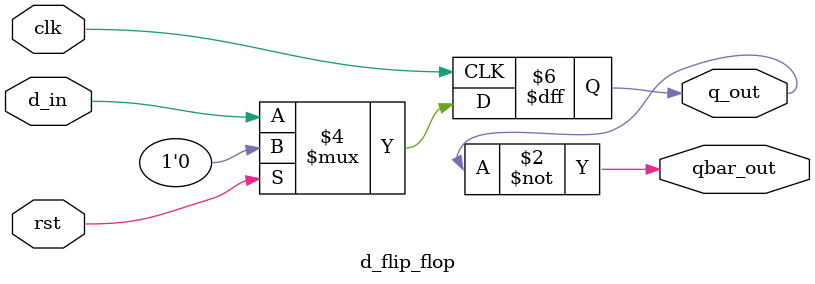
<source format=v>
`timescale 1ns / 1ps


module d_flip_flop(
    input clk,rst,
    input d_in,
    output reg q_out,
    output qbar_out
    );
    
    always@(posedge clk)    //synchronous reset
    begin
        if(rst)
            q_out <= 0;
        else
            q_out <= d_in;
    end
    
    assign qbar_out = ~q_out;
    
endmodule: d_flip_flop

</source>
